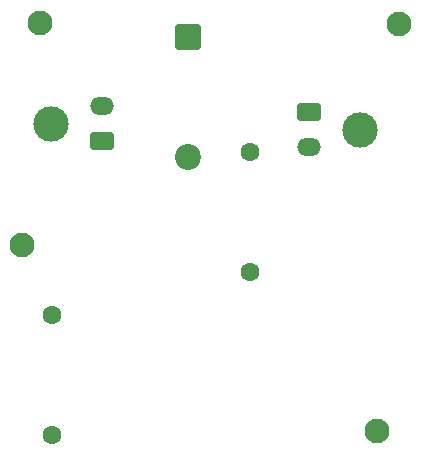
<source format=gbr>
%TF.GenerationSoftware,KiCad,Pcbnew,9.0.4*%
%TF.CreationDate,2025-10-16T23:04:56-05:00*%
%TF.ProjectId,new project,6e657720-7072-46f6-9a65-63742e6b6963,rev?*%
%TF.SameCoordinates,Original*%
%TF.FileFunction,Soldermask,Bot*%
%TF.FilePolarity,Negative*%
%FSLAX46Y46*%
G04 Gerber Fmt 4.6, Leading zero omitted, Abs format (unit mm)*
G04 Created by KiCad (PCBNEW 9.0.4) date 2025-10-16 23:04:56*
%MOMM*%
%LPD*%
G01*
G04 APERTURE LIST*
G04 Aperture macros list*
%AMRoundRect*
0 Rectangle with rounded corners*
0 $1 Rounding radius*
0 $2 $3 $4 $5 $6 $7 $8 $9 X,Y pos of 4 corners*
0 Add a 4 corners polygon primitive as box body*
4,1,4,$2,$3,$4,$5,$6,$7,$8,$9,$2,$3,0*
0 Add four circle primitives for the rounded corners*
1,1,$1+$1,$2,$3*
1,1,$1+$1,$4,$5*
1,1,$1+$1,$6,$7*
1,1,$1+$1,$8,$9*
0 Add four rect primitives between the rounded corners*
20,1,$1+$1,$2,$3,$4,$5,0*
20,1,$1+$1,$4,$5,$6,$7,0*
20,1,$1+$1,$6,$7,$8,$9,0*
20,1,$1+$1,$8,$9,$2,$3,0*%
G04 Aperture macros list end*
%ADD10C,1.600000*%
%ADD11C,2.100000*%
%ADD12RoundRect,0.249999X-0.850001X0.850001X-0.850001X-0.850001X0.850001X-0.850001X0.850001X0.850001X0*%
%ADD13C,2.200000*%
%ADD14C,3.000000*%
%ADD15RoundRect,0.250001X-0.759999X0.499999X-0.759999X-0.499999X0.759999X-0.499999X0.759999X0.499999X0*%
%ADD16O,2.020000X1.500000*%
%ADD17RoundRect,0.250001X0.759999X-0.499999X0.759999X0.499999X-0.759999X0.499999X-0.759999X-0.499999X0*%
G04 APERTURE END LIST*
D10*
%TO.C,R1*%
X130250000Y-73420000D03*
X130250000Y-83580000D03*
%TD*%
D11*
%TO.C,H4*%
X141000000Y-97000000D03*
%TD*%
%TO.C,H3*%
X111000000Y-81250000D03*
%TD*%
D12*
%TO.C,D1*%
X125000000Y-63670000D03*
D13*
X125000000Y-73830000D03*
%TD*%
D14*
%TO.C,J2*%
X139570000Y-71500000D03*
D15*
X135250000Y-70000000D03*
D16*
X135250000Y-73000000D03*
%TD*%
D11*
%TO.C,H2*%
X142920720Y-62595760D03*
%TD*%
%TO.C,H1*%
X112481360Y-62458600D03*
%TD*%
D14*
%TO.C,J1*%
X113395000Y-71000000D03*
D17*
X117715000Y-72500000D03*
D16*
X117715000Y-69500000D03*
%TD*%
D10*
%TO.C,R2*%
X113500000Y-87170000D03*
X113500000Y-97330000D03*
%TD*%
M02*

</source>
